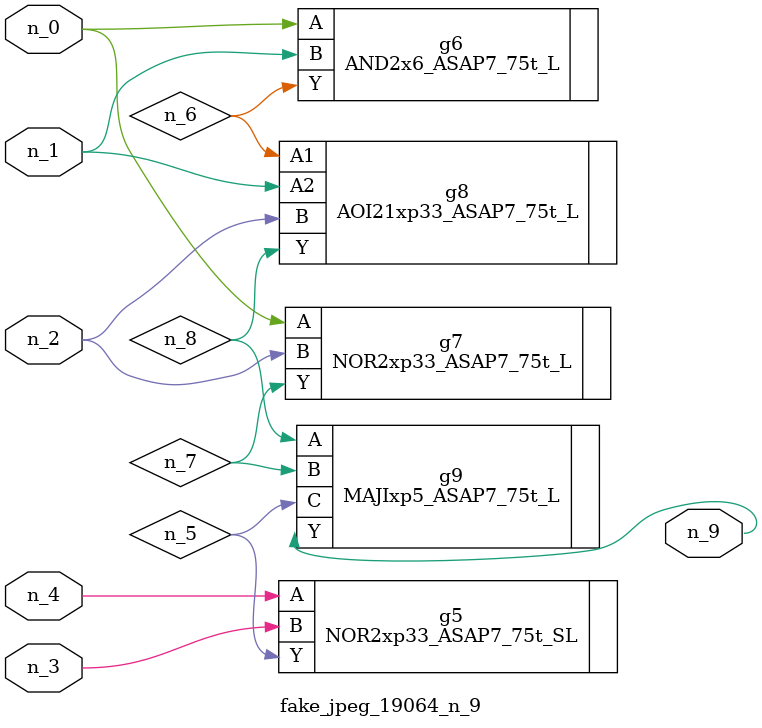
<source format=v>
module fake_jpeg_19064_n_9 (n_3, n_2, n_1, n_0, n_4, n_9);

input n_3;
input n_2;
input n_1;
input n_0;
input n_4;

output n_9;

wire n_8;
wire n_6;
wire n_5;
wire n_7;

NOR2xp33_ASAP7_75t_SL g5 ( 
.A(n_4),
.B(n_3),
.Y(n_5)
);

AND2x6_ASAP7_75t_L g6 ( 
.A(n_0),
.B(n_1),
.Y(n_6)
);

NOR2xp33_ASAP7_75t_L g7 ( 
.A(n_0),
.B(n_2),
.Y(n_7)
);

AOI21xp33_ASAP7_75t_L g8 ( 
.A1(n_6),
.A2(n_1),
.B(n_2),
.Y(n_8)
);

MAJIxp5_ASAP7_75t_L g9 ( 
.A(n_8),
.B(n_7),
.C(n_5),
.Y(n_9)
);


endmodule
</source>
